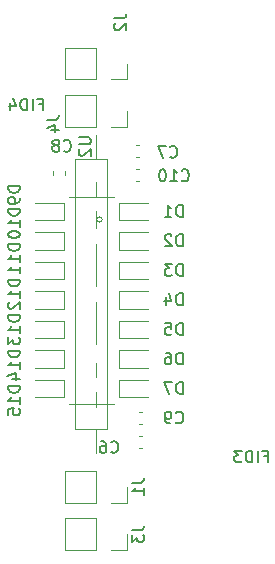
<source format=gbr>
%TF.GenerationSoftware,KiCad,Pcbnew,(6.0.10)*%
%TF.CreationDate,2023-03-05T19:00:04+01:00*%
%TF.ProjectId,HighPrecPosSens,48696768-5072-4656-9350-6f7353656e73,1*%
%TF.SameCoordinates,Original*%
%TF.FileFunction,Legend,Bot*%
%TF.FilePolarity,Positive*%
%FSLAX46Y46*%
G04 Gerber Fmt 4.6, Leading zero omitted, Abs format (unit mm)*
G04 Created by KiCad (PCBNEW (6.0.10)) date 2023-03-05 19:00:04*
%MOMM*%
%LPD*%
G01*
G04 APERTURE LIST*
%ADD10C,0.150000*%
%ADD11C,0.120000*%
G04 APERTURE END LIST*
D10*
%TO.C,D2*%
X77988095Y-77933244D02*
X77988095Y-76933244D01*
X77750000Y-76933244D01*
X77607142Y-76980864D01*
X77511904Y-77076102D01*
X77464285Y-77171340D01*
X77416666Y-77361816D01*
X77416666Y-77504673D01*
X77464285Y-77695149D01*
X77511904Y-77790387D01*
X77607142Y-77885625D01*
X77750000Y-77933244D01*
X77988095Y-77933244D01*
X77035714Y-77028483D02*
X76988095Y-76980864D01*
X76892857Y-76933244D01*
X76654761Y-76933244D01*
X76559523Y-76980864D01*
X76511904Y-77028483D01*
X76464285Y-77123721D01*
X76464285Y-77218959D01*
X76511904Y-77361816D01*
X77083333Y-77933244D01*
X76464285Y-77933244D01*
%TO.C,FID4*%
X65821428Y-65909435D02*
X66154761Y-65909435D01*
X66154761Y-66433244D02*
X66154761Y-65433244D01*
X65678571Y-65433244D01*
X65297619Y-66433244D02*
X65297619Y-65433244D01*
X64821428Y-66433244D02*
X64821428Y-65433244D01*
X64583333Y-65433244D01*
X64440476Y-65480864D01*
X64345238Y-65576102D01*
X64297619Y-65671340D01*
X64250000Y-65861816D01*
X64250000Y-66004673D01*
X64297619Y-66195149D01*
X64345238Y-66290387D01*
X64440476Y-66385625D01*
X64583333Y-66433244D01*
X64821428Y-66433244D01*
X63392857Y-65766578D02*
X63392857Y-66433244D01*
X63630952Y-65385625D02*
X63869047Y-66099911D01*
X63250000Y-66099911D01*
%TO.C,D4*%
X77988095Y-82933244D02*
X77988095Y-81933244D01*
X77750000Y-81933244D01*
X77607142Y-81980864D01*
X77511904Y-82076102D01*
X77464285Y-82171340D01*
X77416666Y-82361816D01*
X77416666Y-82504673D01*
X77464285Y-82695149D01*
X77511904Y-82790387D01*
X77607142Y-82885625D01*
X77750000Y-82933244D01*
X77988095Y-82933244D01*
X76559523Y-82266578D02*
X76559523Y-82933244D01*
X76797619Y-81885625D02*
X77035714Y-82599911D01*
X76416666Y-82599911D01*
%TO.C,D15*%
X64202380Y-89766578D02*
X63202380Y-89766578D01*
X63202380Y-90004673D01*
X63250000Y-90147530D01*
X63345238Y-90242768D01*
X63440476Y-90290387D01*
X63630952Y-90338006D01*
X63773809Y-90338006D01*
X63964285Y-90290387D01*
X64059523Y-90242768D01*
X64154761Y-90147530D01*
X64202380Y-90004673D01*
X64202380Y-89766578D01*
X64202380Y-91290387D02*
X64202380Y-90718959D01*
X64202380Y-91004673D02*
X63202380Y-91004673D01*
X63345238Y-90909435D01*
X63440476Y-90814197D01*
X63488095Y-90718959D01*
X63202380Y-92195149D02*
X63202380Y-91718959D01*
X63678571Y-91671340D01*
X63630952Y-91718959D01*
X63583333Y-91814197D01*
X63583333Y-92052292D01*
X63630952Y-92147530D01*
X63678571Y-92195149D01*
X63773809Y-92242768D01*
X64011904Y-92242768D01*
X64107142Y-92195149D01*
X64154761Y-92147530D01*
X64202380Y-92052292D01*
X64202380Y-91814197D01*
X64154761Y-91718959D01*
X64107142Y-91671340D01*
%TO.C,J4*%
X66508380Y-67230666D02*
X67222666Y-67230666D01*
X67365523Y-67183047D01*
X67460761Y-67087809D01*
X67508380Y-66944952D01*
X67508380Y-66849714D01*
X66841714Y-68135428D02*
X67508380Y-68135428D01*
X66460761Y-67897333D02*
X67175047Y-67659238D01*
X67175047Y-68278285D01*
%TO.C,C6*%
X71916666Y-95338006D02*
X71964285Y-95385625D01*
X72107142Y-95433244D01*
X72202380Y-95433244D01*
X72345238Y-95385625D01*
X72440476Y-95290387D01*
X72488095Y-95195149D01*
X72535714Y-95004673D01*
X72535714Y-94861816D01*
X72488095Y-94671340D01*
X72440476Y-94576102D01*
X72345238Y-94480864D01*
X72202380Y-94433244D01*
X72107142Y-94433244D01*
X71964285Y-94480864D01*
X71916666Y-94528483D01*
X71059523Y-94433244D02*
X71250000Y-94433244D01*
X71345238Y-94480864D01*
X71392857Y-94528483D01*
X71488095Y-94671340D01*
X71535714Y-94861816D01*
X71535714Y-95242768D01*
X71488095Y-95338006D01*
X71440476Y-95385625D01*
X71345238Y-95433244D01*
X71154761Y-95433244D01*
X71059523Y-95385625D01*
X71011904Y-95338006D01*
X70964285Y-95242768D01*
X70964285Y-95004673D01*
X71011904Y-94909435D01*
X71059523Y-94861816D01*
X71154761Y-94814197D01*
X71345238Y-94814197D01*
X71440476Y-94861816D01*
X71488095Y-94909435D01*
X71535714Y-95004673D01*
%TO.C,J3*%
X73712380Y-101977530D02*
X74426666Y-101977530D01*
X74569523Y-101929911D01*
X74664761Y-101834673D01*
X74712380Y-101691816D01*
X74712380Y-101596578D01*
X73712380Y-102358483D02*
X73712380Y-102977530D01*
X74093333Y-102644197D01*
X74093333Y-102787054D01*
X74140952Y-102882292D01*
X74188571Y-102929911D01*
X74283809Y-102977530D01*
X74521904Y-102977530D01*
X74617142Y-102929911D01*
X74664761Y-102882292D01*
X74712380Y-102787054D01*
X74712380Y-102501340D01*
X74664761Y-102406102D01*
X74617142Y-102358483D01*
%TO.C,D6*%
X77988095Y-87933244D02*
X77988095Y-86933244D01*
X77750000Y-86933244D01*
X77607142Y-86980864D01*
X77511904Y-87076102D01*
X77464285Y-87171340D01*
X77416666Y-87361816D01*
X77416666Y-87504673D01*
X77464285Y-87695149D01*
X77511904Y-87790387D01*
X77607142Y-87885625D01*
X77750000Y-87933244D01*
X77988095Y-87933244D01*
X76559523Y-86933244D02*
X76750000Y-86933244D01*
X76845238Y-86980864D01*
X76892857Y-87028483D01*
X76988095Y-87171340D01*
X77035714Y-87361816D01*
X77035714Y-87742768D01*
X76988095Y-87838006D01*
X76940476Y-87885625D01*
X76845238Y-87933244D01*
X76654761Y-87933244D01*
X76559523Y-87885625D01*
X76511904Y-87838006D01*
X76464285Y-87742768D01*
X76464285Y-87504673D01*
X76511904Y-87409435D01*
X76559523Y-87361816D01*
X76654761Y-87314197D01*
X76845238Y-87314197D01*
X76940476Y-87361816D01*
X76988095Y-87409435D01*
X77035714Y-87504673D01*
%TO.C,C8*%
X67916666Y-69838006D02*
X67964285Y-69885625D01*
X68107142Y-69933244D01*
X68202380Y-69933244D01*
X68345238Y-69885625D01*
X68440476Y-69790387D01*
X68488095Y-69695149D01*
X68535714Y-69504673D01*
X68535714Y-69361816D01*
X68488095Y-69171340D01*
X68440476Y-69076102D01*
X68345238Y-68980864D01*
X68202380Y-68933244D01*
X68107142Y-68933244D01*
X67964285Y-68980864D01*
X67916666Y-69028483D01*
X67345238Y-69361816D02*
X67440476Y-69314197D01*
X67488095Y-69266578D01*
X67535714Y-69171340D01*
X67535714Y-69123721D01*
X67488095Y-69028483D01*
X67440476Y-68980864D01*
X67345238Y-68933244D01*
X67154761Y-68933244D01*
X67059523Y-68980864D01*
X67011904Y-69028483D01*
X66964285Y-69123721D01*
X66964285Y-69171340D01*
X67011904Y-69266578D01*
X67059523Y-69314197D01*
X67154761Y-69361816D01*
X67345238Y-69361816D01*
X67440476Y-69409435D01*
X67488095Y-69457054D01*
X67535714Y-69552292D01*
X67535714Y-69742768D01*
X67488095Y-69838006D01*
X67440476Y-69885625D01*
X67345238Y-69933244D01*
X67154761Y-69933244D01*
X67059523Y-69885625D01*
X67011904Y-69838006D01*
X66964285Y-69742768D01*
X66964285Y-69552292D01*
X67011904Y-69457054D01*
X67059523Y-69409435D01*
X67154761Y-69361816D01*
%TO.C,FID3*%
X84891428Y-95718571D02*
X85224761Y-95718571D01*
X85224761Y-96242380D02*
X85224761Y-95242380D01*
X84748571Y-95242380D01*
X84367619Y-96242380D02*
X84367619Y-95242380D01*
X83891428Y-96242380D02*
X83891428Y-95242380D01*
X83653333Y-95242380D01*
X83510476Y-95290000D01*
X83415238Y-95385238D01*
X83367619Y-95480476D01*
X83320000Y-95670952D01*
X83320000Y-95813809D01*
X83367619Y-96004285D01*
X83415238Y-96099523D01*
X83510476Y-96194761D01*
X83653333Y-96242380D01*
X83891428Y-96242380D01*
X82986666Y-95242380D02*
X82367619Y-95242380D01*
X82700952Y-95623333D01*
X82558095Y-95623333D01*
X82462857Y-95670952D01*
X82415238Y-95718571D01*
X82367619Y-95813809D01*
X82367619Y-96051904D01*
X82415238Y-96147142D01*
X82462857Y-96194761D01*
X82558095Y-96242380D01*
X82843809Y-96242380D01*
X82939047Y-96194761D01*
X82986666Y-96147142D01*
%TO.C,D11*%
X64202380Y-77766578D02*
X63202380Y-77766578D01*
X63202380Y-78004673D01*
X63250000Y-78147530D01*
X63345238Y-78242768D01*
X63440476Y-78290387D01*
X63630952Y-78338006D01*
X63773809Y-78338006D01*
X63964285Y-78290387D01*
X64059523Y-78242768D01*
X64154761Y-78147530D01*
X64202380Y-78004673D01*
X64202380Y-77766578D01*
X64202380Y-79290387D02*
X64202380Y-78718959D01*
X64202380Y-79004673D02*
X63202380Y-79004673D01*
X63345238Y-78909435D01*
X63440476Y-78814197D01*
X63488095Y-78718959D01*
X64202380Y-80242768D02*
X64202380Y-79671340D01*
X64202380Y-79957054D02*
X63202380Y-79957054D01*
X63345238Y-79861816D01*
X63440476Y-79766578D01*
X63488095Y-79671340D01*
%TO.C,D7*%
X77988095Y-90433244D02*
X77988095Y-89433244D01*
X77750000Y-89433244D01*
X77607142Y-89480864D01*
X77511904Y-89576102D01*
X77464285Y-89671340D01*
X77416666Y-89861816D01*
X77416666Y-90004673D01*
X77464285Y-90195149D01*
X77511904Y-90290387D01*
X77607142Y-90385625D01*
X77750000Y-90433244D01*
X77988095Y-90433244D01*
X77083333Y-89433244D02*
X76416666Y-89433244D01*
X76845238Y-90433244D01*
%TO.C,D14*%
X64202380Y-86766578D02*
X63202380Y-86766578D01*
X63202380Y-87004673D01*
X63250000Y-87147530D01*
X63345238Y-87242768D01*
X63440476Y-87290387D01*
X63630952Y-87338006D01*
X63773809Y-87338006D01*
X63964285Y-87290387D01*
X64059523Y-87242768D01*
X64154761Y-87147530D01*
X64202380Y-87004673D01*
X64202380Y-86766578D01*
X64202380Y-88290387D02*
X64202380Y-87718959D01*
X64202380Y-88004673D02*
X63202380Y-88004673D01*
X63345238Y-87909435D01*
X63440476Y-87814197D01*
X63488095Y-87718959D01*
X63535714Y-89147530D02*
X64202380Y-89147530D01*
X63154761Y-88909435D02*
X63869047Y-88671340D01*
X63869047Y-89290387D01*
%TO.C,D12*%
X64202380Y-80766578D02*
X63202380Y-80766578D01*
X63202380Y-81004673D01*
X63250000Y-81147530D01*
X63345238Y-81242768D01*
X63440476Y-81290387D01*
X63630952Y-81338006D01*
X63773809Y-81338006D01*
X63964285Y-81290387D01*
X64059523Y-81242768D01*
X64154761Y-81147530D01*
X64202380Y-81004673D01*
X64202380Y-80766578D01*
X64202380Y-82290387D02*
X64202380Y-81718959D01*
X64202380Y-82004673D02*
X63202380Y-82004673D01*
X63345238Y-81909435D01*
X63440476Y-81814197D01*
X63488095Y-81718959D01*
X63297619Y-82671340D02*
X63250000Y-82718959D01*
X63202380Y-82814197D01*
X63202380Y-83052292D01*
X63250000Y-83147530D01*
X63297619Y-83195149D01*
X63392857Y-83242768D01*
X63488095Y-83242768D01*
X63630952Y-83195149D01*
X64202380Y-82623721D01*
X64202380Y-83242768D01*
%TO.C,C10*%
X77892857Y-72338006D02*
X77940476Y-72385625D01*
X78083333Y-72433244D01*
X78178571Y-72433244D01*
X78321428Y-72385625D01*
X78416666Y-72290387D01*
X78464285Y-72195149D01*
X78511904Y-72004673D01*
X78511904Y-71861816D01*
X78464285Y-71671340D01*
X78416666Y-71576102D01*
X78321428Y-71480864D01*
X78178571Y-71433244D01*
X78083333Y-71433244D01*
X77940476Y-71480864D01*
X77892857Y-71528483D01*
X76940476Y-72433244D02*
X77511904Y-72433244D01*
X77226190Y-72433244D02*
X77226190Y-71433244D01*
X77321428Y-71576102D01*
X77416666Y-71671340D01*
X77511904Y-71718959D01*
X76321428Y-71433244D02*
X76226190Y-71433244D01*
X76130952Y-71480864D01*
X76083333Y-71528483D01*
X76035714Y-71623721D01*
X75988095Y-71814197D01*
X75988095Y-72052292D01*
X76035714Y-72242768D01*
X76083333Y-72338006D01*
X76130952Y-72385625D01*
X76226190Y-72433244D01*
X76321428Y-72433244D01*
X76416666Y-72385625D01*
X76464285Y-72338006D01*
X76511904Y-72242768D01*
X76559523Y-72052292D01*
X76559523Y-71814197D01*
X76511904Y-71623721D01*
X76464285Y-71528483D01*
X76416666Y-71480864D01*
X76321428Y-71433244D01*
%TO.C,C7*%
X76916666Y-70338006D02*
X76964285Y-70385625D01*
X77107142Y-70433244D01*
X77202380Y-70433244D01*
X77345238Y-70385625D01*
X77440476Y-70290387D01*
X77488095Y-70195149D01*
X77535714Y-70004673D01*
X77535714Y-69861816D01*
X77488095Y-69671340D01*
X77440476Y-69576102D01*
X77345238Y-69480864D01*
X77202380Y-69433244D01*
X77107142Y-69433244D01*
X76964285Y-69480864D01*
X76916666Y-69528483D01*
X76583333Y-69433244D02*
X75916666Y-69433244D01*
X76345238Y-70433244D01*
%TO.C,C9*%
X77416666Y-92838006D02*
X77464285Y-92885625D01*
X77607142Y-92933244D01*
X77702380Y-92933244D01*
X77845238Y-92885625D01*
X77940476Y-92790387D01*
X77988095Y-92695149D01*
X78035714Y-92504673D01*
X78035714Y-92361816D01*
X77988095Y-92171340D01*
X77940476Y-92076102D01*
X77845238Y-91980864D01*
X77702380Y-91933244D01*
X77607142Y-91933244D01*
X77464285Y-91980864D01*
X77416666Y-92028483D01*
X76940476Y-92933244D02*
X76750000Y-92933244D01*
X76654761Y-92885625D01*
X76607142Y-92838006D01*
X76511904Y-92695149D01*
X76464285Y-92504673D01*
X76464285Y-92123721D01*
X76511904Y-92028483D01*
X76559523Y-91980864D01*
X76654761Y-91933244D01*
X76845238Y-91933244D01*
X76940476Y-91980864D01*
X76988095Y-92028483D01*
X77035714Y-92123721D01*
X77035714Y-92361816D01*
X76988095Y-92457054D01*
X76940476Y-92504673D01*
X76845238Y-92552292D01*
X76654761Y-92552292D01*
X76559523Y-92504673D01*
X76511904Y-92457054D01*
X76464285Y-92361816D01*
%TO.C,U2*%
X69202380Y-68718959D02*
X70011904Y-68718959D01*
X70107142Y-68766578D01*
X70154761Y-68814197D01*
X70202380Y-68909435D01*
X70202380Y-69099911D01*
X70154761Y-69195149D01*
X70107142Y-69242768D01*
X70011904Y-69290387D01*
X69202380Y-69290387D01*
X69297619Y-69718959D02*
X69250000Y-69766578D01*
X69202380Y-69861816D01*
X69202380Y-70099911D01*
X69250000Y-70195149D01*
X69297619Y-70242768D01*
X69392857Y-70290387D01*
X69488095Y-70290387D01*
X69630952Y-70242768D01*
X70202380Y-69671340D01*
X70202380Y-70290387D01*
%TO.C,D13*%
X64202380Y-83766578D02*
X63202380Y-83766578D01*
X63202380Y-84004673D01*
X63250000Y-84147530D01*
X63345238Y-84242768D01*
X63440476Y-84290387D01*
X63630952Y-84338006D01*
X63773809Y-84338006D01*
X63964285Y-84290387D01*
X64059523Y-84242768D01*
X64154761Y-84147530D01*
X64202380Y-84004673D01*
X64202380Y-83766578D01*
X64202380Y-85290387D02*
X64202380Y-84718959D01*
X64202380Y-85004673D02*
X63202380Y-85004673D01*
X63345238Y-84909435D01*
X63440476Y-84814197D01*
X63488095Y-84718959D01*
X63202380Y-85623721D02*
X63202380Y-86242768D01*
X63583333Y-85909435D01*
X63583333Y-86052292D01*
X63630952Y-86147530D01*
X63678571Y-86195149D01*
X63773809Y-86242768D01*
X64011904Y-86242768D01*
X64107142Y-86195149D01*
X64154761Y-86147530D01*
X64202380Y-86052292D01*
X64202380Y-85766578D01*
X64154761Y-85671340D01*
X64107142Y-85623721D01*
%TO.C,J1*%
X73712380Y-97977530D02*
X74426666Y-97977530D01*
X74569523Y-97929911D01*
X74664761Y-97834673D01*
X74712380Y-97691816D01*
X74712380Y-97596578D01*
X74712380Y-98977530D02*
X74712380Y-98406102D01*
X74712380Y-98691816D02*
X73712380Y-98691816D01*
X73855238Y-98596578D01*
X73950476Y-98501340D01*
X73998095Y-98406102D01*
%TO.C,D9*%
X64202380Y-72824768D02*
X63202380Y-72824768D01*
X63202380Y-73062864D01*
X63250000Y-73205721D01*
X63345238Y-73300959D01*
X63440476Y-73348578D01*
X63630952Y-73396197D01*
X63773809Y-73396197D01*
X63964285Y-73348578D01*
X64059523Y-73300959D01*
X64154761Y-73205721D01*
X64202380Y-73062864D01*
X64202380Y-72824768D01*
X64202380Y-73872387D02*
X64202380Y-74062864D01*
X64154761Y-74158102D01*
X64107142Y-74205721D01*
X63964285Y-74300959D01*
X63773809Y-74348578D01*
X63392857Y-74348578D01*
X63297619Y-74300959D01*
X63250000Y-74253340D01*
X63202380Y-74158102D01*
X63202380Y-73967625D01*
X63250000Y-73872387D01*
X63297619Y-73824768D01*
X63392857Y-73777149D01*
X63630952Y-73777149D01*
X63726190Y-73824768D01*
X63773809Y-73872387D01*
X63821428Y-73967625D01*
X63821428Y-74158102D01*
X63773809Y-74253340D01*
X63726190Y-74300959D01*
X63630952Y-74348578D01*
%TO.C,D1*%
X77988095Y-75433244D02*
X77988095Y-74433244D01*
X77750000Y-74433244D01*
X77607142Y-74480864D01*
X77511904Y-74576102D01*
X77464285Y-74671340D01*
X77416666Y-74861816D01*
X77416666Y-75004673D01*
X77464285Y-75195149D01*
X77511904Y-75290387D01*
X77607142Y-75385625D01*
X77750000Y-75433244D01*
X77988095Y-75433244D01*
X76464285Y-75433244D02*
X77035714Y-75433244D01*
X76750000Y-75433244D02*
X76750000Y-74433244D01*
X76845238Y-74576102D01*
X76940476Y-74671340D01*
X77035714Y-74718959D01*
%TO.C,J2*%
X72202380Y-58647530D02*
X72916666Y-58647530D01*
X73059523Y-58599911D01*
X73154761Y-58504673D01*
X73202380Y-58361816D01*
X73202380Y-58266578D01*
X72297619Y-59076102D02*
X72250000Y-59123721D01*
X72202380Y-59218959D01*
X72202380Y-59457054D01*
X72250000Y-59552292D01*
X72297619Y-59599911D01*
X72392857Y-59647530D01*
X72488095Y-59647530D01*
X72630952Y-59599911D01*
X73202380Y-59028483D01*
X73202380Y-59647530D01*
%TO.C,D3*%
X77988095Y-80433244D02*
X77988095Y-79433244D01*
X77750000Y-79433244D01*
X77607142Y-79480864D01*
X77511904Y-79576102D01*
X77464285Y-79671340D01*
X77416666Y-79861816D01*
X77416666Y-80004673D01*
X77464285Y-80195149D01*
X77511904Y-80290387D01*
X77607142Y-80385625D01*
X77750000Y-80433244D01*
X77988095Y-80433244D01*
X77083333Y-79433244D02*
X76464285Y-79433244D01*
X76797619Y-79814197D01*
X76654761Y-79814197D01*
X76559523Y-79861816D01*
X76511904Y-79909435D01*
X76464285Y-80004673D01*
X76464285Y-80242768D01*
X76511904Y-80338006D01*
X76559523Y-80385625D01*
X76654761Y-80433244D01*
X76940476Y-80433244D01*
X77035714Y-80385625D01*
X77083333Y-80338006D01*
%TO.C,D10*%
X64202380Y-74766578D02*
X63202380Y-74766578D01*
X63202380Y-75004673D01*
X63250000Y-75147530D01*
X63345238Y-75242768D01*
X63440476Y-75290387D01*
X63630952Y-75338006D01*
X63773809Y-75338006D01*
X63964285Y-75290387D01*
X64059523Y-75242768D01*
X64154761Y-75147530D01*
X64202380Y-75004673D01*
X64202380Y-74766578D01*
X64202380Y-76290387D02*
X64202380Y-75718959D01*
X64202380Y-76004673D02*
X63202380Y-76004673D01*
X63345238Y-75909435D01*
X63440476Y-75814197D01*
X63488095Y-75718959D01*
X63202380Y-76909435D02*
X63202380Y-77004673D01*
X63250000Y-77099911D01*
X63297619Y-77147530D01*
X63392857Y-77195149D01*
X63583333Y-77242768D01*
X63821428Y-77242768D01*
X64011904Y-77195149D01*
X64107142Y-77147530D01*
X64154761Y-77099911D01*
X64202380Y-77004673D01*
X64202380Y-76909435D01*
X64154761Y-76814197D01*
X64107142Y-76766578D01*
X64011904Y-76718959D01*
X63821428Y-76671340D01*
X63583333Y-76671340D01*
X63392857Y-76718959D01*
X63297619Y-76766578D01*
X63250000Y-76814197D01*
X63202380Y-76909435D01*
%TO.C,D5*%
X77988095Y-85433244D02*
X77988095Y-84433244D01*
X77750000Y-84433244D01*
X77607142Y-84480864D01*
X77511904Y-84576102D01*
X77464285Y-84671340D01*
X77416666Y-84861816D01*
X77416666Y-85004673D01*
X77464285Y-85195149D01*
X77511904Y-85290387D01*
X77607142Y-85385625D01*
X77750000Y-85433244D01*
X77988095Y-85433244D01*
X76511904Y-84433244D02*
X76988095Y-84433244D01*
X77035714Y-84909435D01*
X76988095Y-84861816D01*
X76892857Y-84814197D01*
X76654761Y-84814197D01*
X76559523Y-84861816D01*
X76511904Y-84909435D01*
X76464285Y-85004673D01*
X76464285Y-85242768D01*
X76511904Y-85338006D01*
X76559523Y-85385625D01*
X76654761Y-85433244D01*
X76892857Y-85433244D01*
X76988095Y-85385625D01*
X77035714Y-85338006D01*
D11*
%TO.C,D2*%
X72633000Y-78227864D02*
X72633000Y-76757864D01*
X72633000Y-76757864D02*
X75093000Y-76757864D01*
X75093000Y-78227864D02*
X72633000Y-78227864D01*
%TO.C,D4*%
X75093000Y-83227864D02*
X72633000Y-83227864D01*
X72633000Y-81757864D02*
X75093000Y-81757864D01*
X72633000Y-83227864D02*
X72633000Y-81757864D01*
%TO.C,D15*%
X67910000Y-89245864D02*
X67910000Y-90715864D01*
X67910000Y-90715864D02*
X65450000Y-90715864D01*
X65450000Y-89245864D02*
X67910000Y-89245864D01*
%TO.C,J4*%
X70655000Y-65150864D02*
X68055000Y-65150864D01*
X68055000Y-67810864D02*
X68055000Y-65150864D01*
X70655000Y-67810864D02*
X70655000Y-65150864D01*
X70655000Y-67810864D02*
X68055000Y-67810864D01*
X73255000Y-67810864D02*
X73255000Y-66480864D01*
X71925000Y-67810864D02*
X73255000Y-67810864D01*
%TO.C,C6*%
X74265420Y-94980864D02*
X74546580Y-94980864D01*
X74265420Y-93960864D02*
X74546580Y-93960864D01*
%TO.C,J3*%
X71930000Y-103640864D02*
X73260000Y-103640864D01*
X70660000Y-100980864D02*
X68060000Y-100980864D01*
X73260000Y-103640864D02*
X73260000Y-102310864D01*
X70660000Y-103640864D02*
X70660000Y-100980864D01*
X68060000Y-103640864D02*
X68060000Y-100980864D01*
X70660000Y-103640864D02*
X68060000Y-103640864D01*
%TO.C,D6*%
X72633000Y-86757864D02*
X75093000Y-86757864D01*
X75093000Y-88227864D02*
X72633000Y-88227864D01*
X72633000Y-88227864D02*
X72633000Y-86757864D01*
%TO.C,C8*%
X68010000Y-71871444D02*
X68010000Y-71590284D01*
X66990000Y-71871444D02*
X66990000Y-71590284D01*
%TO.C,D11*%
X65450000Y-79245864D02*
X67910000Y-79245864D01*
X67910000Y-79245864D02*
X67910000Y-80715864D01*
X67910000Y-80715864D02*
X65450000Y-80715864D01*
%TO.C,D7*%
X72633000Y-89257864D02*
X75093000Y-89257864D01*
X72633000Y-90727864D02*
X72633000Y-89257864D01*
X75093000Y-90727864D02*
X72633000Y-90727864D01*
%TO.C,D14*%
X65450000Y-86745864D02*
X67910000Y-86745864D01*
X67910000Y-88215864D02*
X65450000Y-88215864D01*
X67910000Y-86745864D02*
X67910000Y-88215864D01*
%TO.C,D12*%
X67910000Y-83215864D02*
X65450000Y-83215864D01*
X65450000Y-81745864D02*
X67910000Y-81745864D01*
X67910000Y-81745864D02*
X67910000Y-83215864D01*
%TO.C,C10*%
X74011420Y-72374864D02*
X74292580Y-72374864D01*
X74011420Y-71354864D02*
X74292580Y-71354864D01*
%TO.C,C7*%
X74011420Y-69322864D02*
X74292580Y-69322864D01*
X74011420Y-70342864D02*
X74292580Y-70342864D01*
%TO.C,C9*%
X74265420Y-91928864D02*
X74546580Y-91928864D01*
X74265420Y-92948864D02*
X74546580Y-92948864D01*
%TO.C,U2*%
X70628000Y-87780864D02*
X70628000Y-88980864D01*
X70628000Y-93430864D02*
X70628000Y-95430864D01*
X70628000Y-68530864D02*
X70628000Y-70530864D01*
X70250000Y-73780864D02*
X71006000Y-73780864D01*
X70628000Y-82680864D02*
X70628000Y-86180864D01*
X70628000Y-77780864D02*
X70628000Y-81280864D01*
X70628000Y-90280864D02*
X70628000Y-91580864D01*
X68360000Y-73780864D02*
X72140000Y-73780864D01*
X70628000Y-73780864D02*
X70628000Y-72480864D01*
X68360000Y-91252864D02*
X72140000Y-91252864D01*
X70628000Y-74980864D02*
X70628000Y-76380864D01*
X68900000Y-70530864D02*
X71600000Y-70530864D01*
X71600000Y-70530864D02*
X71600000Y-70530864D01*
X71600000Y-70530864D02*
X68900000Y-70530864D01*
X68900000Y-70530864D02*
X68900000Y-70530864D01*
X71600000Y-93430864D02*
X68900000Y-93430864D01*
X68900000Y-93430864D02*
X68900000Y-93430864D01*
X68900000Y-93430864D02*
X71600000Y-93430864D01*
X71600000Y-93430864D02*
X71600000Y-93430864D01*
X68900000Y-93430864D02*
X68900000Y-93430864D01*
X68900000Y-93430864D02*
X68900000Y-70530864D01*
X68900000Y-70530864D02*
X68900000Y-70530864D01*
X68900000Y-70530864D02*
X68900000Y-93430864D01*
X71600000Y-70530864D02*
X71600000Y-70530864D01*
X71600000Y-70530864D02*
X71600000Y-93430864D01*
X71600000Y-93430864D02*
X71600000Y-93430864D01*
X71600000Y-93430864D02*
X71600000Y-70530864D01*
X71173607Y-75680864D02*
G75*
G03*
X71173607Y-75680864I-223607J0D01*
G01*
%TO.C,D13*%
X67910000Y-84245864D02*
X67910000Y-85715864D01*
X67910000Y-85715864D02*
X65450000Y-85715864D01*
X65450000Y-84245864D02*
X67910000Y-84245864D01*
%TO.C,J1*%
X70660000Y-99640864D02*
X70660000Y-96980864D01*
X70660000Y-99640864D02*
X68060000Y-99640864D01*
X73260000Y-99640864D02*
X73260000Y-98310864D01*
X71930000Y-99640864D02*
X73260000Y-99640864D01*
X68060000Y-99640864D02*
X68060000Y-96980864D01*
X70660000Y-96980864D02*
X68060000Y-96980864D01*
%TO.C,D9*%
X67910000Y-75727864D02*
X65450000Y-75727864D01*
X65450000Y-74257864D02*
X67910000Y-74257864D01*
X67910000Y-74257864D02*
X67910000Y-75727864D01*
%TO.C,D1*%
X75093000Y-75727864D02*
X72633000Y-75727864D01*
X72633000Y-74257864D02*
X75093000Y-74257864D01*
X72633000Y-75727864D02*
X72633000Y-74257864D01*
%TO.C,J2*%
X68055000Y-63810864D02*
X68055000Y-61150864D01*
X73255000Y-63810864D02*
X73255000Y-62480864D01*
X70655000Y-63810864D02*
X70655000Y-61150864D01*
X71925000Y-63810864D02*
X73255000Y-63810864D01*
X70655000Y-63810864D02*
X68055000Y-63810864D01*
X70655000Y-61150864D02*
X68055000Y-61150864D01*
%TO.C,D3*%
X75093000Y-80727864D02*
X72633000Y-80727864D01*
X72633000Y-79257864D02*
X75093000Y-79257864D01*
X72633000Y-80727864D02*
X72633000Y-79257864D01*
%TO.C,D10*%
X67910000Y-76745864D02*
X67910000Y-78215864D01*
X65450000Y-76745864D02*
X67910000Y-76745864D01*
X67910000Y-78215864D02*
X65450000Y-78215864D01*
%TO.C,D5*%
X75093000Y-85727864D02*
X72633000Y-85727864D01*
X72633000Y-85727864D02*
X72633000Y-84257864D01*
X72633000Y-84257864D02*
X75093000Y-84257864D01*
%TD*%
M02*

</source>
